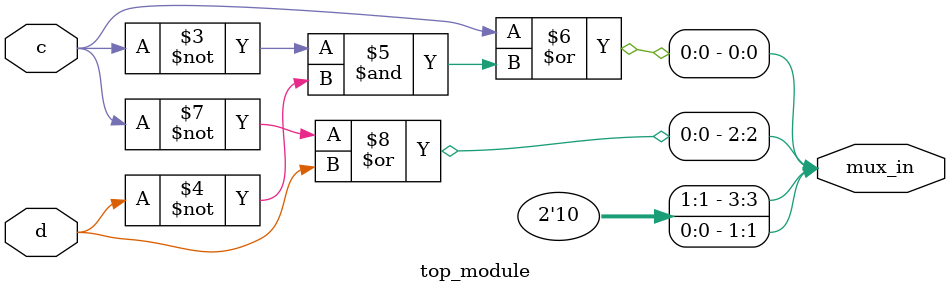
<source format=sv>
module top_module (
    input c,
    input d,
    output [3:0] mux_in
);

    // Complement of inputs
    wire not_c, not_d;
    assign not_c = ~c;
    assign not_d = ~d;

    // Assign outputs based on K-map
    assign mux_in[0] = c | (~c & ~d); // Row 00 
    assign mux_in[1] = 0;             // Row 01 
    assign mux_in[2] = (~c | d);      // Row 11 
    assign mux_in[3] = 1;             // Row 10 

endmodule

</source>
